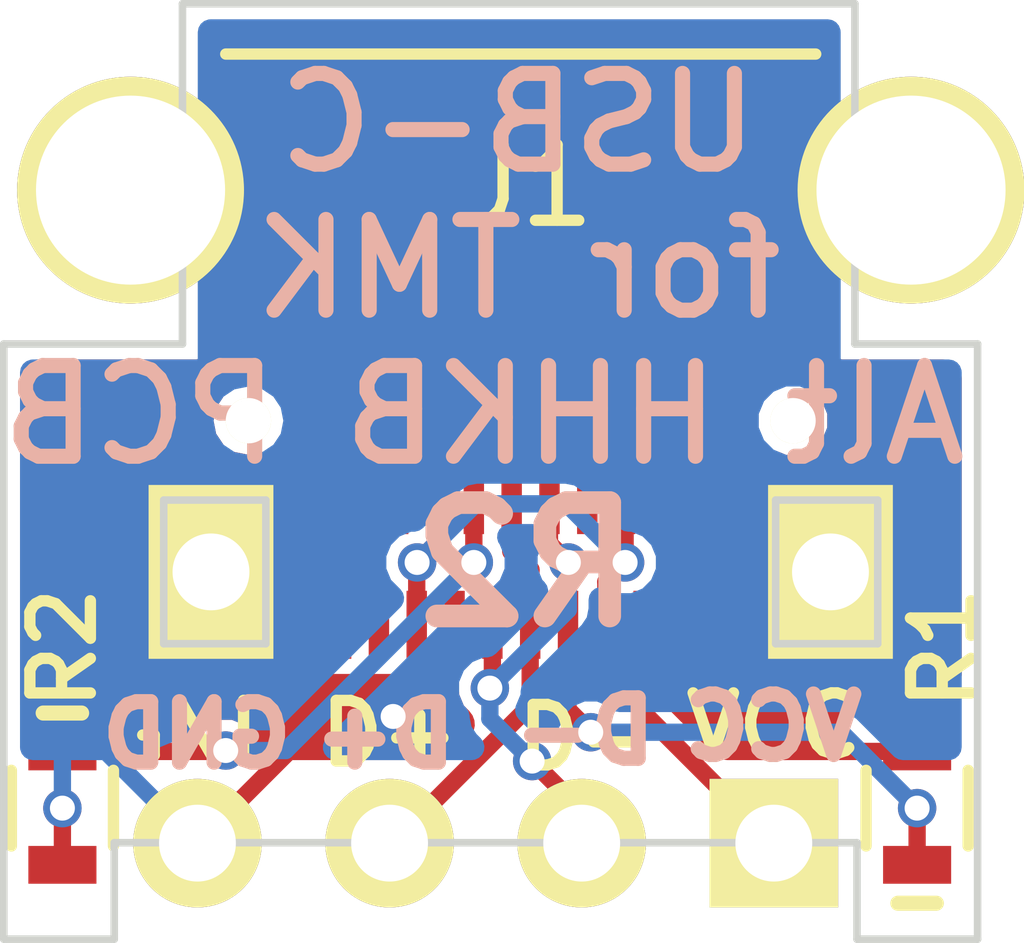
<source format=kicad_pcb>
(kicad_pcb (version 4) (host pcbnew 4.0.0-rc1-stable)

  (general
    (links 20)
    (no_connects 0)
    (area 136.2936 78.2376 150.2778 97.184781)
    (thickness 1.6)
    (drawings 37)
    (tracks 85)
    (zones 0)
    (modules 7)
    (nets 17)
  )

  (page A4)
  (title_block
    (rev 2)
  )

  (layers
    (0 F.Cu signal)
    (31 B.Cu signal)
    (32 B.Adhes user)
    (33 F.Adhes user)
    (34 B.Paste user)
    (35 F.Paste user)
    (36 B.SilkS user hide)
    (37 F.SilkS user)
    (38 B.Mask user)
    (39 F.Mask user)
    (40 Dwgs.User user)
    (41 Cmts.User user)
    (42 Eco1.User user)
    (43 Eco2.User user)
    (44 Edge.Cuts user)
    (45 Margin user)
    (46 B.CrtYd user)
    (47 F.CrtYd user)
    (48 B.Fab user)
    (49 F.Fab user)
  )

  (setup
    (last_trace_width 0.2286)
    (trace_clearance 0.1524)
    (zone_clearance 0)
    (zone_45_only yes)
    (trace_min 0.2)
    (segment_width 0.2)
    (edge_width 0.1)
    (via_size 0.508)
    (via_drill 0.3302)
    (via_min_size 0.4)
    (via_min_drill 0.3)
    (uvia_size 0.3)
    (uvia_drill 0.1)
    (uvias_allowed no)
    (uvia_min_size 0)
    (uvia_min_drill 0)
    (pcb_text_width 0.3)
    (pcb_text_size 1.5 1.5)
    (mod_edge_width 0.15)
    (mod_text_size 1 1)
    (mod_text_width 0.15)
    (pad_size 1.7 1.7)
    (pad_drill 1.016)
    (pad_to_mask_clearance 0)
    (aux_axis_origin 76.9 80.8)
    (grid_origin 138.94 80.805)
    (visible_elements FFFFFFFF)
    (pcbplotparams
      (layerselection 0x010f0_80000001)
      (usegerberextensions false)
      (excludeedgelayer true)
      (linewidth 0.100000)
      (plotframeref false)
      (viasonmask false)
      (mode 1)
      (useauxorigin true)
      (hpglpennumber 1)
      (hpglpenspeed 20)
      (hpglpendiameter 15)
      (hpglpenoverlay 2)
      (psnegative false)
      (psa4output false)
      (plotreference true)
      (plotvalue true)
      (plotinvisibletext false)
      (padsonsilk false)
      (subtractmaskfromsilk false)
      (outputformat 1)
      (mirror false)
      (drillshape 0)
      (scaleselection 1)
      (outputdirectory plot/))
  )

  (net 0 "")
  (net 1 GND)
  (net 2 /USB_D+)
  (net 3 /USB_D-)
  (net 4 VCC)
  (net 5 /CC1)
  (net 6 /CC2)
  (net 7 "Net-(J1-PadA2)")
  (net 8 "Net-(J1-PadA3)")
  (net 9 "Net-(J1-PadA8)")
  (net 10 "Net-(J1-PadA10)")
  (net 11 "Net-(J1-PadA11)")
  (net 12 "Net-(J1-PadB2)")
  (net 13 "Net-(J1-PadB3)")
  (net 14 "Net-(J1-PadB8)")
  (net 15 "Net-(J1-PadB10)")
  (net 16 "Net-(J1-PadB11)")

  (net_class Default "This is the default net class."
    (clearance 0.1524)
    (trace_width 0.2286)
    (via_dia 0.508)
    (via_drill 0.3302)
    (uvia_dia 0.3)
    (uvia_drill 0.1)
    (add_net /CC1)
    (add_net /CC2)
    (add_net /USB_D+)
    (add_net /USB_D-)
    (add_net GND)
    (add_net "Net-(J1-PadA10)")
    (add_net "Net-(J1-PadA11)")
    (add_net "Net-(J1-PadA2)")
    (add_net "Net-(J1-PadA3)")
    (add_net "Net-(J1-PadA8)")
    (add_net "Net-(J1-PadB10)")
    (add_net "Net-(J1-PadB11)")
    (add_net "Net-(J1-PadB2)")
    (add_net "Net-(J1-PadB3)")
    (add_net "Net-(J1-PadB8)")
    (add_net VCC)
  )

  (module Resistors_SMD:R_0603 (layer F.Cu) (tedit 56084213) (tstamp 55CF248A)
    (at 148.6505 91.44 270)
    (descr "Resistor SMD 0603, reflow soldering, Vishay (see dcrcw.pdf)")
    (tags "resistor 0603")
    (path /55B418AD)
    (attr smd)
    (fp_text reference R1 (at -2.1144 -0.3504 270) (layer F.SilkS)
      (effects (font (size 0.8 0.8) (thickness 0.15)))
    )
    (fp_text value R5.1K (at 3.626 0.056 270) (layer F.SilkS) hide
      (effects (font (size 0.8 0.8) (thickness 0.15)))
    )
    (fp_line (start -1.3 -0.8) (end 1.3 -0.8) (layer F.CrtYd) (width 0.05))
    (fp_line (start -1.3 0.8) (end 1.3 0.8) (layer F.CrtYd) (width 0.05))
    (fp_line (start -1.3 -0.8) (end -1.3 0.8) (layer F.CrtYd) (width 0.05))
    (fp_line (start 1.3 -0.8) (end 1.3 0.8) (layer F.CrtYd) (width 0.05))
    (fp_line (start 0.5 0.675) (end -0.5 0.675) (layer F.SilkS) (width 0.15))
    (fp_line (start -0.5 -0.675) (end 0.5 -0.675) (layer F.SilkS) (width 0.15))
    (pad 1 smd rect (at -0.75 0 270) (size 0.5 0.9) (layers F.Cu F.Paste F.Mask)
      (net 1 GND))
    (pad 2 smd rect (at 0.75 0 270) (size 0.5 0.9) (layers F.Cu F.Paste F.Mask)
      (net 5 /CC1))
    (model Resistors_SMD.3dshapes/R_0603.wrl
      (at (xyz 0 0 0))
      (scale (xyz 1 1 1))
      (rotate (xyz 0 0 0))
    )
  )

  (module Resistors_SMD:R_0603 (layer F.Cu) (tedit 56084217) (tstamp 55CF2490)
    (at 137.3505 91.44 270)
    (descr "Resistor SMD 0603, reflow soldering, Vishay (see dcrcw.pdf)")
    (tags "resistor 0603")
    (path /55B417D5)
    (attr smd)
    (fp_text reference R2 (at -2.1144 -0.0075 270) (layer F.SilkS)
      (effects (font (size 0.8 0.8) (thickness 0.15)))
    )
    (fp_text value R5.1K (at 3.765 0.1195 270) (layer F.SilkS) hide
      (effects (font (size 0.8 0.8) (thickness 0.15)))
    )
    (fp_line (start -1.3 -0.8) (end 1.3 -0.8) (layer F.CrtYd) (width 0.05))
    (fp_line (start -1.3 0.8) (end 1.3 0.8) (layer F.CrtYd) (width 0.05))
    (fp_line (start -1.3 -0.8) (end -1.3 0.8) (layer F.CrtYd) (width 0.05))
    (fp_line (start 1.3 -0.8) (end 1.3 0.8) (layer F.CrtYd) (width 0.05))
    (fp_line (start 0.5 0.675) (end -0.5 0.675) (layer F.SilkS) (width 0.15))
    (fp_line (start -0.5 -0.675) (end 0.5 -0.675) (layer F.SilkS) (width 0.15))
    (pad 1 smd rect (at -0.75 0 270) (size 0.5 0.9) (layers F.Cu F.Paste F.Mask)
      (net 6 /CC2))
    (pad 2 smd rect (at 0.75 0 270) (size 0.5 0.9) (layers F.Cu F.Paste F.Mask)
      (net 1 GND))
    (model Resistors_SMD.3dshapes/R_0603.wrl
      (at (xyz 0 0 0))
      (scale (xyz 1 1 1))
      (rotate (xyz 0 0 0))
    )
  )

  (module pins:PIN_1 (layer F.Cu) (tedit 560B4444) (tstamp 55CF2475)
    (at 139.136 91.903)
    (tags "CONN pin 1 circle")
    (path /55CE9786)
    (fp_text reference P1 (at 0 -1.45) (layer F.SilkS) hide
      (effects (font (size 0.8 0.8) (thickness 0.15)))
    )
    (fp_text value GND (at 0 -1.45) (layer F.SilkS)
      (effects (font (size 0.8 0.8) (thickness 0.15)))
    )
    (pad 1 thru_hole circle (at 0 0) (size 1.7 1.7) (drill 1.016) (layers *.Cu *.Mask F.SilkS)
      (net 1 GND))
  )

  (module pins:PIN_1 (layer F.Cu) (tedit 548557CC) (tstamp 55CF247A)
    (at 141.676 91.903)
    (tags "CONN pin 1 circle")
    (path /55CE975F)
    (fp_text reference P2 (at 0 -1.45) (layer F.SilkS) hide
      (effects (font (size 0.8 0.8) (thickness 0.15)))
    )
    (fp_text value D+ (at 0 -1.45) (layer F.SilkS)
      (effects (font (size 0.8 0.8) (thickness 0.15)))
    )
    (pad 1 thru_hole circle (at 0 0) (size 1.7 1.7) (drill 1.016) (layers *.Cu *.Mask F.SilkS)
      (net 2 /USB_D+))
  )

  (module pins:PIN_1 (layer F.Cu) (tedit 55D7B569) (tstamp 55CF247F)
    (at 144.216 91.903 90)
    (tags "CONN pin 1 circle")
    (path /55CE973B)
    (fp_text reference P3 (at 1.4224 -0.0762 180) (layer F.SilkS) hide
      (effects (font (size 0.8 0.8) (thickness 0.15)))
    )
    (fp_text value D- (at 1.397 0.0635 180) (layer F.SilkS)
      (effects (font (size 0.8 0.8) (thickness 0.15)))
    )
    (pad 1 thru_hole circle (at 0 0 90) (size 1.7 1.7) (drill 1.016) (layers *.Cu *.Mask F.SilkS)
      (net 3 /USB_D-))
  )

  (module pins:PIN_1_SQUARE (layer F.Cu) (tedit 548557B7) (tstamp 55CF2484)
    (at 146.756 91.903)
    (tags "CONN pin 1 square")
    (path /55CE9390)
    (fp_text reference P4 (at 0 -1.55) (layer F.SilkS) hide
      (effects (font (size 0.8 0.8) (thickness 0.15)))
    )
    (fp_text value VCC (at 0 -1.55) (layer F.SilkS)
      (effects (font (size 0.8 0.8) (thickness 0.15)))
    )
    (pad 1 thru_hole rect (at 0 0) (size 1.7 1.7) (drill 1.016) (layers *.Cu *.Mask F.SilkS)
      (net 4 VCC))
  )

  (module usb-type-c:JAE-DX07S024JJ2-oshpark-cutpads (layer F.Cu) (tedit 5617E0F4) (tstamp 55CF24B9)
    (at 147.01 86.315 180)
    (path /559E44CF)
    (fp_text reference J1 (at 3.5 3.106 180) (layer F.SilkS)
      (effects (font (size 1 1) (thickness 0.15)))
    )
    (fp_text value USB_TYPE_C (at 4 7 180) (layer F.Fab) hide
      (effects (font (size 1 1) (thickness 0.15)))
    )
    (fp_line (start -0.3 4.85) (end 7.5 4.85) (layer F.SilkS) (width 0.15))
    (pad A1 smd rect (at 0.975 -2.7 180) (size 0.27 0.9) (layers F.Cu F.Paste F.Mask)
      (net 1 GND) (zone_connect 2))
    (pad A2 smd rect (at 1.475 -2.7 180) (size 0.27 0.9) (layers F.Cu F.Paste F.Mask)
      (net 7 "Net-(J1-PadA2)"))
    (pad A3 smd rect (at 1.975 -2.7 180) (size 0.27 0.9) (layers F.Cu F.Paste F.Mask)
      (net 8 "Net-(J1-PadA3)"))
    (pad A4 smd rect (at 2.475 -2.7 180) (size 0.27 0.9) (layers F.Cu F.Paste F.Mask)
      (net 4 VCC))
    (pad A5 smd rect (at 2.975 -2.7 180) (size 0.27 0.9) (layers F.Cu F.Paste F.Mask)
      (net 5 /CC1))
    (pad A6 smd rect (at 3.475 -2.7 180) (size 0.27 0.9) (layers F.Cu F.Paste F.Mask)
      (net 2 /USB_D+))
    (pad A7 smd rect (at 3.975 -2.7 180) (size 0.27 0.9) (layers F.Cu F.Paste F.Mask)
      (net 3 /USB_D-))
    (pad A8 smd rect (at 4.475 -2.7 180) (size 0.27 0.9) (layers F.Cu F.Paste F.Mask)
      (net 9 "Net-(J1-PadA8)"))
    (pad A9 smd rect (at 4.975 -2.7 180) (size 0.27 0.9) (layers F.Cu F.Paste F.Mask)
      (net 4 VCC))
    (pad A10 smd rect (at 5.475 -2.7 180) (size 0.27 0.9) (layers F.Cu F.Paste F.Mask)
      (net 10 "Net-(J1-PadA10)"))
    (pad A11 smd rect (at 5.975 -2.7 180) (size 0.27 0.9) (layers F.Cu F.Paste F.Mask)
      (net 11 "Net-(J1-PadA11)"))
    (pad A12 smd rect (at 6.475 -2.7 180) (size 0.27 0.9) (layers F.Cu F.Paste F.Mask)
      (net 1 GND) (zone_connect 2))
    (pad B1 smd rect (at 6.22 -1.1 180) (size 0.27 0.8) (layers F.Cu F.Paste F.Mask)
      (net 1 GND) (zone_connect 2))
    (pad B2 smd rect (at 5.72 -1.1 180) (size 0.27 0.8) (layers F.Cu F.Paste F.Mask)
      (net 12 "Net-(J1-PadB2)"))
    (pad B3 smd rect (at 5.22 -1.1 180) (size 0.27 0.8) (layers F.Cu F.Paste F.Mask)
      (net 13 "Net-(J1-PadB3)"))
    (pad B4 smd rect (at 4.72 -1.1 180) (size 0.27 0.8) (layers F.Cu F.Paste F.Mask)
      (net 4 VCC))
    (pad B5 smd rect (at 4.22 -1.1 180) (size 0.27 0.8) (layers F.Cu F.Paste F.Mask)
      (net 6 /CC2))
    (pad B6 smd rect (at 3.72 -1.1 180) (size 0.27 0.8) (layers F.Cu F.Paste F.Mask)
      (net 2 /USB_D+))
    (pad B7 smd rect (at 3.22 -1.1 180) (size 0.27 0.8) (layers F.Cu F.Paste F.Mask)
      (net 3 /USB_D-))
    (pad B8 smd rect (at 2.72 -1.1 180) (size 0.27 0.8) (layers F.Cu F.Paste F.Mask)
      (net 14 "Net-(J1-PadB8)"))
    (pad B9 smd rect (at 2.22 -1.1 180) (size 0.27 0.8) (layers F.Cu F.Paste F.Mask)
      (net 4 VCC))
    (pad B10 smd rect (at 1.72 -1.1 180) (size 0.27 0.8) (layers F.Cu F.Paste F.Mask)
      (net 15 "Net-(J1-PadB10)"))
    (pad B11 smd rect (at 1.22 -1.1 180) (size 0.27 0.8) (layers F.Cu F.Paste F.Mask)
      (net 16 "Net-(J1-PadB11)"))
    (pad B12 smd rect (at 0.72 -1.1 180) (size 0.27 0.8) (layers F.Cu F.Paste F.Mask)
      (net 1 GND) (zone_connect 2))
    (pad "" np_thru_hole circle (at 0 0 180) (size 0.6 0.6) (drill 0.6) (layers *.Cu *.Mask F.SilkS))
    (pad "" np_thru_hole oval (at 7.2 0 180) (size 0.6 0.6) (drill 0.6) (layers *.Cu *.Mask F.SilkS))
    (pad 0 thru_hole rect (at -0.495 -2 180) (size 1.65 2.3) (drill 1.016) (layers *.Cu *.Mask F.SilkS)
      (net 1 GND) (zone_connect 2))
    (pad 0 thru_hole rect (at 7.695 -2 180) (size 1.65 2.3) (drill 1.016) (layers *.Cu *.Mask F.SilkS)
      (net 1 GND) (zone_connect 2))
    (pad 0 thru_hole circle (at 8.75848 3.05 180) (size 3 3) (drill 2.5) (layers *.Cu *.Mask F.SilkS)
      (net 1 GND) (zone_connect 2))
    (pad 0 thru_hole circle (at -1.56012 3.05 180) (size 3 3) (drill 2.5) (layers *.Cu *.Mask F.SilkS)
      (net 1 GND) (zone_connect 2))
  )

  (gr_line (start 137.0965 90.182) (end 137.6045 90.182) (angle 90) (layer F.SilkS) (width 0.2))
  (gr_line (start 148.3965 92.698) (end 148.9045 92.698) (angle 90) (layer F.SilkS) (width 0.2))
  (gr_line (start 138.036 93.173) (end 136.5758 93.173) (angle 90) (layer Edge.Cuts) (width 0.1))
  (gr_line (start 147.856 93.173) (end 149.45 93.173) (angle 90) (layer Edge.Cuts) (width 0.1))
  (gr_line (start 147.856 91.8972) (end 147.856 93.173) (angle 90) (layer Edge.Cuts) (width 0.1))
  (gr_line (start 138.036 91.8972) (end 147.856 91.8972) (angle 90) (layer Edge.Cuts) (width 0.1))
  (gr_line (start 138.036 93.173) (end 138.036 91.8972) (angle 90) (layer Edge.Cuts) (width 0.1))
  (gr_text VCC (at 146.7472 90.3702) (layer B.SilkS)
    (effects (font (size 0.8 0.8) (thickness 0.2)) (justify mirror))
  )
  (gr_text D+ (at 141.6164 90.4718) (layer B.SilkS)
    (effects (font (size 0.8 0.8) (thickness 0.2)) (justify mirror))
  )
  (gr_text D- (at 144.258 90.421) (layer B.SilkS)
    (effects (font (size 0.8 0.8) (thickness 0.2)) (justify mirror))
  )
  (gr_text GND (at 139.1272 90.4718) (layer B.SilkS)
    (effects (font (size 0.8 0.8) (thickness 0.2)) (justify mirror))
  )
  (gr_line (start 148.13 89.265) (end 148.13 87.365) (angle 90) (layer Edge.Cuts) (width 0.1))
  (gr_line (start 146.78 89.265) (end 148.13 89.265) (angle 90) (layer Edge.Cuts) (width 0.1))
  (gr_line (start 146.78 87.365) (end 146.78 89.265) (angle 90) (layer Edge.Cuts) (width 0.1))
  (gr_line (start 148.13 87.365) (end 146.78 87.365) (angle 90) (layer Edge.Cuts) (width 0.1))
  (gr_line (start 138.69 87.365) (end 138.69 89.265) (angle 90) (layer Edge.Cuts) (width 0.1))
  (gr_line (start 140.04 87.365) (end 138.69 87.365) (angle 90) (layer Edge.Cuts) (width 0.1))
  (gr_line (start 140.04 89.265) (end 140.04 87.365) (angle 90) (layer Edge.Cuts) (width 0.1))
  (gr_line (start 138.69 89.265) (end 140.04 89.265) (angle 90) (layer Edge.Cuts) (width 0.1))
  (gr_text R2 (at 143.4794 88.22) (layer B.SilkS)
    (effects (font (size 1.5 1.5) (thickness 0.3)) (justify mirror))
  )
  (gr_text "USB-C\nfor TMK\n Alt HHKB PCB" (at 143.3778 84.3084) (layer B.SilkS)
    (effects (font (size 1.2 1.2) (thickness 0.2)) (justify mirror))
  )
  (gr_line (start 138.938 80.8) (end 147.828 80.8) (angle 90) (layer Edge.Cuts) (width 0.1))
  (gr_line (start 138.938 85.3) (end 136.5758 85.3) (angle 90) (layer Edge.Cuts) (width 0.1))
  (gr_line (start 138.938 80.8) (end 138.938 85.3) (angle 90) (layer Edge.Cuts) (width 0.1))
  (gr_line (start 147.828 85.3) (end 149.45 85.3) (angle 90) (layer Edge.Cuts) (width 0.1))
  (gr_line (start 147.828 80.8) (end 147.828 85.3) (angle 90) (layer Edge.Cuts) (width 0.1))
  (gr_line (start 149.45 85.3) (end 149.45 93.173) (angle 90) (layer Edge.Cuts) (width 0.1))
  (gr_line (start 136.5758 93.173) (end 136.5758 85.3) (angle 90) (layer Edge.Cuts) (width 0.1))
  (gr_line (start 138.05408 82.51952) (end 138.08456 82.51952) (angle 90) (layer Dwgs.User) (width 0.2))
  (gr_line (start 138.049 86.49716) (end 138.049 82.51952) (angle 90) (layer Dwgs.User) (width 0.2))
  (gr_line (start 140.34008 86.50224) (end 138.049 86.50224) (angle 90) (layer Dwgs.User) (width 0.2))
  (gr_line (start 140.35024 82.55) (end 140.35024 86.487) (angle 90) (layer Dwgs.User) (width 0.2))
  (gr_line (start 138.049 82.4992) (end 140.35024 82.4992) (angle 90) (layer Dwgs.User) (width 0.2))
  (gr_line (start 148.75256 86.487) (end 148.75256 82.5246) (angle 90) (layer Dwgs.User) (width 0.2))
  (gr_line (start 146.4818 86.49716) (end 148.717 86.49716) (angle 90) (layer Dwgs.User) (width 0.2))
  (gr_line (start 146.45132 82.4992) (end 146.45132 86.487) (angle 90) (layer Dwgs.User) (width 0.2))
  (gr_line (start 148.7297 82.4992) (end 146.4564 82.4992) (angle 90) (layer Dwgs.User) (width 0.2))

  (segment (start 138.25152 83.265) (end 143.405 83.265) (width 0.2286) (layer B.Cu) (net 1))
  (segment (start 143.405 83.265) (end 148.57012 83.265) (width 0.2286) (layer B.Cu) (net 1) (tstamp 5614CB58))
  (via (at 141.7232 90.2273) (size 0.508) (drill 0.3302) (layers F.Cu B.Cu) (net 1))
  (segment (start 141.7232 90.2273) (end 140.535 90.2273) (width 0.2286) (layer F.Cu) (net 1))
  (segment (start 148.6505 90.69) (end 146.8 90.69) (width 0.2286) (layer F.Cu) (net 1))
  (segment (start 146.035 89.925) (end 146.035 89.015) (width 0.2286) (layer F.Cu) (net 1) (tstamp 55D13D62) (status 20))
  (segment (start 146.8 90.69) (end 146.035 89.925) (width 0.2286) (layer F.Cu) (net 1) (tstamp 5614C6D1))
  (segment (start 137.3505 90.69) (end 137.923 90.69) (width 0.2286) (layer B.Cu) (net 1))
  (via (at 137.3505 91.44) (size 0.508) (drill 0.3302) (layers F.Cu B.Cu) (net 1))
  (segment (start 137.3505 91.44) (end 137.3505 90.69) (width 0.2286) (layer B.Cu) (net 1) (tstamp 5614C37A))
  (segment (start 137.3505 92.19) (end 137.3505 91.44) (width 0.2286) (layer F.Cu) (net 1) (status 10))
  (segment (start 137.923 90.69) (end 139.136 91.903) (width 0.2286) (layer B.Cu) (net 1) (tstamp 5614C3A7))
  (segment (start 146.035 88.445) (end 146.29 88.19) (width 0.2286) (layer F.Cu) (net 1) (tstamp 5614B626))
  (segment (start 146.035 89.015) (end 146.035 88.445) (width 0.2286) (layer F.Cu) (net 1))
  (segment (start 146.29 88.19) (end 146.29 87.415) (width 0.2286) (layer F.Cu) (net 1))
  (segment (start 140.79 87.415) (end 140.79 87.935) (width 0.2286) (layer F.Cu) (net 1))
  (segment (start 140.535 88.19) (end 140.535 89.015) (width 0.2286) (layer F.Cu) (net 1))
  (segment (start 140.79 87.935) (end 140.535 88.19) (width 0.2286) (layer F.Cu) (net 1) (tstamp 5614B5D9))
  (segment (start 139.315 88.315) (end 140.815 88.315) (width 0.2286) (layer B.Cu) (net 1))
  (segment (start 143.405 83.265) (end 143.405 86.715) (width 0.2286) (layer B.Cu) (net 1))
  (segment (start 143.405 86.715) (end 142.415 86.715) (width 0.2286) (layer B.Cu) (net 1) (tstamp 560ACB6B))
  (segment (start 147.505 88.315) (end 146.005 88.315) (width 0.2286) (layer B.Cu) (net 1))
  (segment (start 146.005 88.315) (end 144.405 86.715) (width 0.2286) (layer B.Cu) (net 1) (tstamp 560ACA85))
  (segment (start 144.405 86.715) (end 143.405 86.715) (width 0.2286) (layer B.Cu) (net 1) (tstamp 560ACAA3))
  (segment (start 140.815 88.315) (end 142.415 86.715) (width 0.2286) (layer B.Cu) (net 1) (tstamp 560ACA74))
  (segment (start 146.035 89.015) (end 146.805 89.015) (width 0.2286) (layer F.Cu) (net 1))
  (segment (start 146.805 89.015) (end 147.505 88.315) (width 0.2286) (layer F.Cu) (net 1) (tstamp 560ACA5D))
  (segment (start 146.29 87.415) (end 146.605 87.415) (width 0.2286) (layer F.Cu) (net 1))
  (segment (start 146.605 87.415) (end 147.505 88.315) (width 0.2286) (layer F.Cu) (net 1) (tstamp 560ACA5B))
  (segment (start 140.79 87.415) (end 140.215 87.415) (width 0.2286) (layer F.Cu) (net 1))
  (segment (start 140.215 87.415) (end 139.315 88.315) (width 0.2286) (layer F.Cu) (net 1) (tstamp 560ACA58))
  (segment (start 140.535 89.015) (end 140.015 89.015) (width 0.2286) (layer F.Cu) (net 1))
  (segment (start 140.015 89.015) (end 139.315 88.315) (width 0.2286) (layer F.Cu) (net 1) (tstamp 560ACA56))
  (segment (start 140.535 90.504) (end 140.532 90.504) (width 0.2286) (layer F.Cu) (net 1))
  (segment (start 140.532 90.504) (end 139.136 91.9) (width 0.2286) (layer F.Cu) (net 1) (tstamp 55D4A6D0))
  (segment (start 140.535 89.015) (end 140.535 90.2273) (width 0.25) (layer F.Cu) (net 1) (status 10))
  (segment (start 140.535 90.2273) (end 140.535 90.504) (width 0.25) (layer F.Cu) (net 1) (tstamp 5614C1EB) (status 10))
  (segment (start 143.535 89.015) (end 143.535 90.0815) (width 0.2286) (layer F.Cu) (net 2) (status 10))
  (segment (start 143.535 90.0815) (end 141.7135 91.903) (width 0.2286) (layer F.Cu) (net 2) (tstamp 55D124D6))
  (segment (start 141.7135 91.903) (end 141.676 91.903) (width 0.2286) (layer F.Cu) (net 2) (tstamp 55D124D7))
  (segment (start 143.29 87.415) (end 143.29 88.043) (width 0.25) (layer F.Cu) (net 2) (status 10))
  (segment (start 143.535 88.288) (end 143.535 89.015) (width 0.25) (layer F.Cu) (net 2) (tstamp 55D1173C) (status 20))
  (segment (start 143.29 88.043) (end 143.535 88.288) (width 0.25) (layer F.Cu) (net 2) (tstamp 55D1173A))
  (segment (start 144.04 88.19) (end 144.04 88.8145) (width 0.2286) (layer B.Cu) (net 3))
  (via (at 144.04 88.19) (size 0.508) (drill 0.3302) (layers F.Cu B.Cu) (net 3))
  (segment (start 143.79 87.94) (end 144.04 88.19) (width 0.2286) (layer F.Cu) (net 3) (tstamp 5609B723))
  (segment (start 143.79 87.415) (end 143.79 87.94) (width 0.2286) (layer F.Cu) (net 3))
  (segment (start 144.04 88.8145) (end 143.002 89.8525) (width 0.2286) (layer B.Cu) (net 3) (tstamp 5609B76C))
  (segment (start 143.035 89.015) (end 143.035 89.8195) (width 0.2286) (layer F.Cu) (net 3) (status 10))
  (segment (start 143.002 89.8525) (end 143.002 90.2589) (width 0.2286) (layer B.Cu) (net 3))
  (segment (start 143.002 89.8525) (end 143.035 89.883) (width 0.2286) (layer F.Cu) (net 3) (tstamp 55D123A1))
  (via (at 143.002 89.8525) (size 0.508) (drill 0.3302) (layers F.Cu B.Cu) (net 3))
  (segment (start 143.035 89.8195) (end 143.002 89.8525) (width 0.2286) (layer F.Cu) (net 3) (tstamp 55D124A4))
  (segment (start 143.002 90.2589) (end 143.5608 90.8177) (width 0.2286) (layer B.Cu) (net 3) (tstamp 560ABD2E))
  (segment (start 143.5608 90.8177) (end 144.216 91.4729) (width 0.2286) (layer F.Cu) (net 3) (tstamp 55DDCBE5))
  (via (at 143.5608 90.8177) (size 0.508) (drill 0.3302) (layers F.Cu B.Cu) (net 3))
  (segment (start 144.216 91.903) (end 144.216 91.4729) (width 0.2286) (layer F.Cu) (net 3))
  (segment (start 142.04 88.19) (end 142.815 87.415) (width 0.2286) (layer B.Cu) (net 4) (tstamp 5609B67D))
  (segment (start 142.29 87.415) (end 142.29 87.94) (width 0.2286) (layer F.Cu) (net 4))
  (segment (start 142.29 87.94) (end 142.04 88.19) (width 0.2286) (layer F.Cu) (net 4) (tstamp 5609B688))
  (via (at 142.04 88.19) (size 0.508) (drill 0.3302) (layers F.Cu B.Cu) (net 4))
  (segment (start 142.035 88.195) (end 142.04 88.19) (width 0.2286) (layer F.Cu) (net 4) (tstamp 5609B675))
  (segment (start 142.035 89.015) (end 142.035 88.195) (width 0.2286) (layer F.Cu) (net 4))
  (segment (start 144.79 88.19) (end 144.79 87.415) (width 0.2286) (layer F.Cu) (net 4))
  (via (at 144.79 88.19) (size 0.508) (drill 0.3302) (layers F.Cu B.Cu) (net 4))
  (segment (start 144.79 88.19) (end 144.015 87.415) (width 0.2286) (layer B.Cu) (net 4) (tstamp 5609B643))
  (segment (start 142.815 87.415) (end 144.015 87.415) (width 0.2286) (layer B.Cu) (net 4) (tstamp 5609B67E))
  (segment (start 144.535 88.445) (end 144.79 88.19) (width 0.2286) (layer F.Cu) (net 4) (tstamp 5609B68C))
  (segment (start 144.535 89.015) (end 144.535 88.445) (width 0.2286) (layer F.Cu) (net 4))
  (segment (start 144.535 89.015) (end 144.535 89.679) (width 0.2286) (layer F.Cu) (net 4))
  (segment (start 144.535 89.679) (end 146.756 91.9) (width 0.2286) (layer F.Cu) (net 4) (tstamp 55D4A6FF))
  (segment (start 144.3355 90.436) (end 147.6465 90.436) (width 0.2286) (layer B.Cu) (net 5))
  (segment (start 144.035 90.1355) (end 144.3355 90.436) (width 0.2286) (layer F.Cu) (net 5) (tstamp 55D13C66))
  (via (at 144.3355 90.436) (size 0.508) (drill 0.3302) (layers F.Cu B.Cu) (net 5))
  (segment (start 144.035 89.015) (end 144.035 90.1355) (width 0.2286) (layer F.Cu) (net 5) (status 10))
  (via (at 148.6505 91.44) (size 0.508) (drill 0.3302) (layers F.Cu B.Cu) (net 5))
  (segment (start 148.6505 91.44) (end 148.6505 92.19) (width 0.2286) (layer F.Cu) (net 5))
  (segment (start 147.6465 90.436) (end 148.6505 91.44) (width 0.2286) (layer B.Cu) (net 5) (tstamp 5614C6D9))
  (segment (start 140.302 90.678) (end 142.79 88.19) (width 0.2286) (layer B.Cu) (net 6) (tstamp 560ABDF0))
  (segment (start 139.5095 90.678) (end 140.302 90.678) (width 0.2286) (layer B.Cu) (net 6))
  (via (at 142.79 88.19) (size 0.508) (drill 0.3302) (layers F.Cu B.Cu) (net 6))
  (segment (start 142.79 88.19) (end 142.79 87.415) (width 0.2286) (layer F.Cu) (net 6))
  (via (at 139.5095 90.678) (size 0.508) (drill 0.3302) (layers F.Cu B.Cu) (net 6))
  (segment (start 139.4975 90.69) (end 139.5095 90.678) (width 0.2286) (layer F.Cu) (net 6) (tstamp 55D1257F))
  (segment (start 139.4975 90.69) (end 137.3505 90.69) (width 0.2286) (layer F.Cu) (net 6) (status 20))

  (zone (net 0) (net_name "") (layer F.Cu) (tstamp 56157278) (hatch edge 0.508)
    (connect_pads (clearance 0))
    (min_thickness 0.34)
    (keepout (tracks allowed) (vias allowed) (copperpour not_allowed))
    (fill (arc_segments 16) (thermal_gap 0.508) (thermal_bridge_width 0.508))
    (polygon
      (pts
        (xy 146.14 88.14) (xy 145.89 88.39) (xy 145.89 89.665) (xy 140.69 89.665) (xy 140.69 88.24)
        (xy 140.94 87.99) (xy 140.94 86.74) (xy 146.14 86.74) (xy 146.14 88.14)
      )
    )
  )
  (zone (net 0) (net_name "") (layer F.Cu) (tstamp 560AC4DA) (hatch edge 0.508)
    (connect_pads (clearance 0.508))
    (min_thickness 0.254)
    (keepout (tracks allowed) (vias allowed) (copperpour not_allowed))
    (fill (arc_segments 16) (thermal_gap 0.508) (thermal_bridge_width 0.508))
    (polygon
      (pts
        (xy 147.31 86.715) (xy 139.51 86.715) (xy 139.51 80.815) (xy 147.31 80.815) (xy 147.31 86.715)
      )
    )
  )
  (zone (net 1) (net_name GND) (layer F.Cu) (tstamp 5616C334) (hatch edge 0.508)
    (connect_pads (clearance 0))
    (min_thickness 0.5)
    (fill yes (arc_segments 16) (thermal_gap 0.508) (thermal_bridge_width 0.508))
    (polygon
      (pts
        (xy 147.64 85.505) (xy 149.24 85.505) (xy 149.24 90.805) (xy 136.79 90.805) (xy 136.79 85.505)
        (xy 139.14 85.505) (xy 139.14 81.005) (xy 147.64 81.005) (xy 147.64 85.505)
      )
    )
    (filled_polygon
      (pts
        (xy 139.26 85.877544) (xy 139.147306 86.046203) (xy 139.093839 86.315) (xy 139.147306 86.583797) (xy 139.26981 86.767138)
        (xy 139.277097 86.805864) (xy 139.330798 86.889318) (xy 139.412736 86.945304) (xy 139.51 86.965) (xy 139.532806 86.965)
        (xy 139.796239 87.0174) (xy 139.823761 87.0174) (xy 140.087194 86.965) (xy 140.69 86.965) (xy 140.69 87.886446)
        (xy 140.513223 88.063223) (xy 140.459696 88.142736) (xy 140.44 88.24) (xy 140.44 89.665) (xy 140.457097 89.755864)
        (xy 140.510798 89.839318) (xy 140.592736 89.895304) (xy 140.69 89.915) (xy 142.345545 89.915) (xy 142.345486 89.982493)
        (xy 142.445206 90.223835) (xy 142.553479 90.332297) (xy 142.330776 90.555) (xy 140.166008 90.555) (xy 140.166014 90.548007)
        (xy 140.066294 90.306665) (xy 139.881806 90.121855) (xy 139.640639 90.021714) (xy 139.379507 90.021486) (xy 139.138165 90.121206)
        (xy 139.08598 90.1733) (xy 138.107063 90.1733) (xy 138.094594 90.153922) (xy 137.960123 90.062042) (xy 137.8005 90.029717)
        (xy 137.04 90.029717) (xy 137.04 87.365) (xy 138.39 87.365) (xy 138.39 89.265) (xy 138.412836 89.379805)
        (xy 138.477868 89.477132) (xy 138.575195 89.542164) (xy 138.69 89.565) (xy 140.04 89.565) (xy 140.154805 89.542164)
        (xy 140.252132 89.477132) (xy 140.317164 89.379805) (xy 140.34 89.265) (xy 140.34 87.365) (xy 140.317164 87.250195)
        (xy 140.252132 87.152868) (xy 140.154805 87.087836) (xy 140.04 87.065) (xy 138.69 87.065) (xy 138.575195 87.087836)
        (xy 138.477868 87.152868) (xy 138.412836 87.250195) (xy 138.39 87.365) (xy 137.04 87.365) (xy 137.04 85.755)
        (xy 139.14 85.755) (xy 139.237264 85.735304) (xy 139.26 85.719769)
      )
    )
    (filled_polygon
      (pts
        (xy 139.74 88.965) (xy 138.99 88.965) (xy 138.99 87.665) (xy 139.74 87.665)
      )
    )
    (filled_polygon
      (pts
        (xy 147.64 85.755) (xy 148.99 85.755) (xy 148.99 89.682) (xy 148.844 89.682) (xy 148.6545 89.8715)
        (xy 148.6545 90.555) (xy 148.6465 90.555) (xy 148.6465 89.8715) (xy 148.457 89.682) (xy 148.049725 89.682)
        (xy 147.771128 89.797398) (xy 147.557899 90.010627) (xy 147.4425 90.289224) (xy 147.4425 90.4965) (xy 147.501 90.555)
        (xy 146.141724 90.555) (xy 145.501724 89.915) (xy 145.89 89.915) (xy 145.980864 89.897903) (xy 146.064318 89.844202)
        (xy 146.120304 89.762264) (xy 146.14 89.665) (xy 146.14 88.493554) (xy 146.316777 88.316777) (xy 146.370304 88.237264)
        (xy 146.39 88.14) (xy 146.39 87.365) (xy 146.48 87.365) (xy 146.48 89.265) (xy 146.502836 89.379805)
        (xy 146.567868 89.477132) (xy 146.665195 89.542164) (xy 146.78 89.565) (xy 148.13 89.565) (xy 148.244805 89.542164)
        (xy 148.342132 89.477132) (xy 148.407164 89.379805) (xy 148.43 89.265) (xy 148.43 87.365) (xy 148.407164 87.250195)
        (xy 148.342132 87.152868) (xy 148.244805 87.087836) (xy 148.13 87.065) (xy 146.78 87.065) (xy 146.665195 87.087836)
        (xy 146.567868 87.152868) (xy 146.502836 87.250195) (xy 146.48 87.365) (xy 146.39 87.365) (xy 146.39 86.965)
        (xy 146.743771 86.965) (xy 146.869671 87.017278) (xy 147.149103 87.017522) (xy 147.276216 86.965) (xy 147.31 86.965)
        (xy 147.400864 86.947903) (xy 147.484318 86.894202) (xy 147.540304 86.812264) (xy 147.548975 86.769443) (xy 147.605119 86.713397)
        (xy 147.712278 86.455329) (xy 147.712522 86.175897) (xy 147.605813 85.917642) (xy 147.56 85.871749) (xy 147.56 85.739947)
      )
    )
    (filled_polygon
      (pts
        (xy 147.83 88.965) (xy 147.08 88.965) (xy 147.08 87.665) (xy 147.83 87.665)
      )
    )
  )
  (zone (net 1) (net_name GND) (layer B.Cu) (tstamp 5616C334) (hatch edge 0.508)
    (connect_pads (clearance 0))
    (min_thickness 0.34)
    (fill yes (arc_segments 16) (thermal_gap 0.508) (thermal_bridge_width 0.508))
    (polygon
      (pts
        (xy 147.64 85.505) (xy 149.24 85.505) (xy 149.24 90.805) (xy 136.79 90.805) (xy 136.79 85.505)
        (xy 139.14 85.505) (xy 139.14 81.005) (xy 147.64 81.005) (xy 147.64 85.505)
      )
    )
    (filled_polygon
      (pts
        (xy 143.551637 87.86307) (xy 143.463701 88.074844) (xy 143.463501 88.30415) (xy 143.551067 88.516078) (xy 143.6033 88.568402)
        (xy 143.6033 88.633613) (xy 142.960848 89.276065) (xy 142.88785 89.276001) (xy 142.675922 89.363567) (xy 142.513637 89.52557)
        (xy 142.425701 89.737344) (xy 142.425501 89.96665) (xy 142.513067 90.178578) (xy 142.5653 90.230902) (xy 142.5653 90.258895)
        (xy 142.565299 90.2589) (xy 142.598542 90.426018) (xy 142.693206 90.567694) (xy 142.760512 90.635) (xy 140.962588 90.635)
        (xy 142.831152 88.766435) (xy 142.90415 88.766499) (xy 143.116078 88.678933) (xy 143.278363 88.51693) (xy 143.366299 88.305156)
        (xy 143.366499 88.07585) (xy 143.278933 87.863922) (xy 143.266732 87.8517) (xy 143.563027 87.8517)
      )
    )
    (filled_polygon
      (pts
        (xy 147.47 85.505) (xy 147.483394 85.57114) (xy 147.521464 85.626857) (xy 147.578212 85.663374) (xy 147.64 85.675)
        (xy 149.07 85.675) (xy 149.07 90.635) (xy 148.463087 90.635) (xy 147.955294 90.127206) (xy 147.813618 90.032542)
        (xy 147.6465 89.999299) (xy 147.646495 89.9993) (xy 144.714003 89.9993) (xy 144.66243 89.947637) (xy 144.450656 89.859701)
        (xy 144.22135 89.859501) (xy 144.009422 89.947067) (xy 143.847137 90.10907) (xy 143.775095 90.282567) (xy 143.675956 90.241401)
        (xy 143.602024 90.241337) (xy 143.504961 90.144274) (xy 143.578299 89.967656) (xy 143.578363 89.893724) (xy 144.348791 89.123296)
        (xy 144.348794 89.123294) (xy 144.443458 88.981618) (xy 144.448973 88.95389) (xy 144.476701 88.8145) (xy 144.4767 88.814495)
        (xy 144.4767 88.684023) (xy 144.674844 88.766299) (xy 144.90415 88.766499) (xy 145.116078 88.678933) (xy 145.278363 88.51693)
        (xy 145.366299 88.305156) (xy 145.366499 88.07585) (xy 145.278933 87.863922) (xy 145.11693 87.701637) (xy 144.905156 87.613701)
        (xy 144.831224 87.613637) (xy 144.582588 87.365) (xy 146.56 87.365) (xy 146.56 89.265) (xy 146.576747 89.34919)
        (xy 146.624437 89.420563) (xy 146.69581 89.468253) (xy 146.78 89.485) (xy 148.13 89.485) (xy 148.21419 89.468253)
        (xy 148.285563 89.420563) (xy 148.333253 89.34919) (xy 148.35 89.265) (xy 148.35 87.365) (xy 148.333253 87.28081)
        (xy 148.285563 87.209437) (xy 148.21419 87.161747) (xy 148.13 87.145) (xy 146.78 87.145) (xy 146.69581 87.161747)
        (xy 146.624437 87.209437) (xy 146.576747 87.28081) (xy 146.56 87.365) (xy 144.582588 87.365) (xy 144.323794 87.106206)
        (xy 144.182118 87.011542) (xy 144.015 86.978299) (xy 144.014995 86.9783) (xy 142.815005 86.9783) (xy 142.815 86.978299)
        (xy 142.647883 87.011541) (xy 142.647881 87.011542) (xy 142.647882 87.011542) (xy 142.506206 87.106206) (xy 142.506204 87.106209)
        (xy 141.998848 87.613565) (xy 141.92585 87.613501) (xy 141.713922 87.701067) (xy 141.551637 87.86307) (xy 141.463701 88.074844)
        (xy 141.463501 88.30415) (xy 141.551067 88.516078) (xy 141.698572 88.66384) (xy 140.121112 90.2413) (xy 139.888003 90.2413)
        (xy 139.83643 90.189637) (xy 139.624656 90.101701) (xy 139.39535 90.101501) (xy 139.183422 90.189067) (xy 139.021137 90.35107)
        (xy 139.010504 90.376677) (xy 138.809674 90.379624) (xy 138.289558 90.595063) (xy 138.278534 90.635) (xy 136.96 90.635)
        (xy 136.96 87.365) (xy 138.47 87.365) (xy 138.47 89.265) (xy 138.486747 89.34919) (xy 138.534437 89.420563)
        (xy 138.60581 89.468253) (xy 138.69 89.485) (xy 140.04 89.485) (xy 140.12419 89.468253) (xy 140.195563 89.420563)
        (xy 140.243253 89.34919) (xy 140.26 89.265) (xy 140.26 87.365) (xy 140.243253 87.28081) (xy 140.195563 87.209437)
        (xy 140.12419 87.161747) (xy 140.04 87.145) (xy 138.69 87.145) (xy 138.60581 87.161747) (xy 138.534437 87.209437)
        (xy 138.486747 87.28081) (xy 138.47 87.365) (xy 136.96 87.365) (xy 136.96 86.315) (xy 139.175406 86.315)
        (xy 139.222783 86.553182) (xy 139.357703 86.755103) (xy 139.559624 86.890023) (xy 139.797806 86.9374) (xy 139.822194 86.9374)
        (xy 140.060376 86.890023) (xy 140.262297 86.755103) (xy 140.397217 86.553182) (xy 140.420076 86.43826) (xy 146.387492 86.43826)
        (xy 146.482047 86.667101) (xy 146.656978 86.842338) (xy 146.885654 86.937292) (xy 147.13326 86.937508) (xy 147.362101 86.842953)
        (xy 147.537338 86.668022) (xy 147.632292 86.439346) (xy 147.632508 86.19174) (xy 147.537953 85.962899) (xy 147.363022 85.787662)
        (xy 147.134346 85.692708) (xy 146.88674 85.692492) (xy 146.657899 85.787047) (xy 146.482662 85.961978) (xy 146.387708 86.190654)
        (xy 146.387492 86.43826) (xy 140.420076 86.43826) (xy 140.444594 86.315) (xy 140.397217 86.076818) (xy 140.262297 85.874897)
        (xy 140.060376 85.739977) (xy 139.822194 85.6926) (xy 139.797806 85.6926) (xy 139.559624 85.739977) (xy 139.357703 85.874897)
        (xy 139.222783 86.076818) (xy 139.175406 86.315) (xy 136.96 86.315) (xy 136.96 85.675) (xy 139.14 85.675)
        (xy 139.20614 85.661606) (xy 139.261857 85.623536) (xy 139.298374 85.566788) (xy 139.31 85.505) (xy 139.31 81.175)
        (xy 147.47 81.175)
      )
    )
    (filled_polygon
      (pts
        (xy 147.91 89.045) (xy 147 89.045) (xy 147 87.585) (xy 147.91 87.585)
      )
    )
    (filled_polygon
      (pts
        (xy 139.82 89.045) (xy 138.91 89.045) (xy 138.91 87.585) (xy 139.82 87.585)
      )
    )
  )
)

</source>
